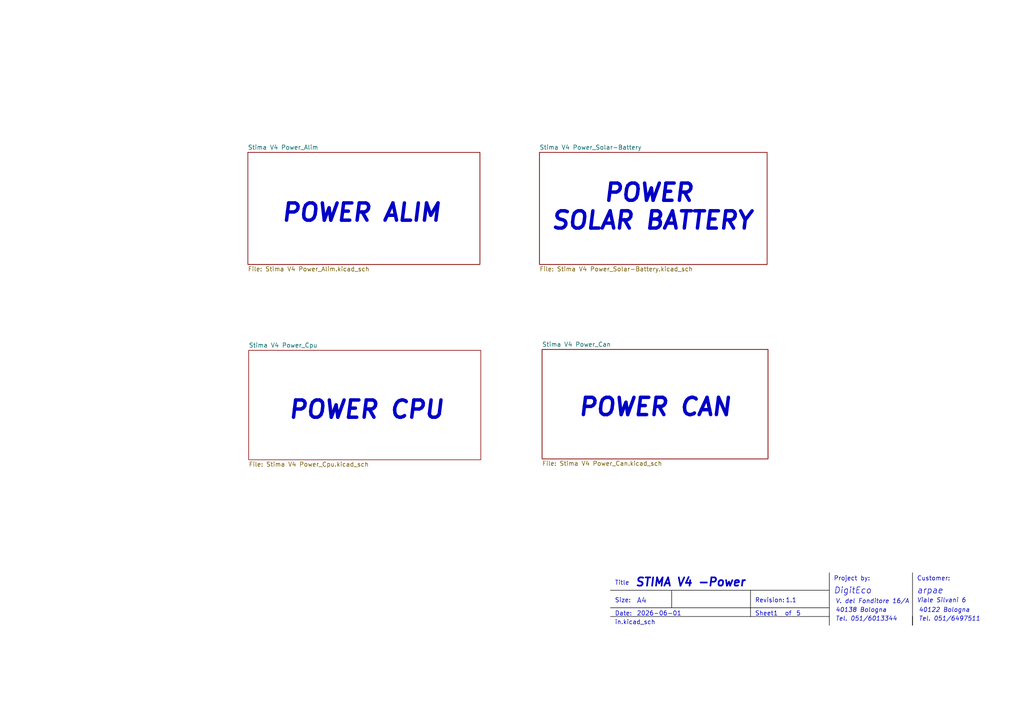
<source format=kicad_sch>
(kicad_sch (version 20230121) (generator eeschema)
  (paper "A4")
  (lib_symbols)
  (polyline (pts (xy 264.668 178.816) (xy 264.668 181.356)) (stroke (width 0) (type solid) (color 0 0 0 1)))
  (polyline (pts (xy 240.538 166.116) (xy 240.538 178.816)) (stroke (width 0) (type solid) (color 0 0 0 1)))
  (polyline (pts (xy 217.678 171.196) (xy 217.678 178.816)) (stroke (width 0) (type solid) (color 0 0 0 1)))
  (polyline (pts (xy 264.668 178.816) (xy 264.668 181.356)) (stroke (width 0) (type solid) (color 0 0 0 1)))
  (polyline (pts (xy 194.818 171.196) (xy 194.818 176.276)) (stroke (width 0) (type solid) (color 0 0 0 1)))
  (polyline (pts (xy 177.038 176.276) (xy 240.538 176.276)) (stroke (width 0) (type solid) (color 0 0 0 1)))
  (polyline (pts (xy 177.038 171.196) (xy 240.538 171.196)) (stroke (width 0) (type solid) (color 0 0 0 1)))
  (polyline (pts (xy 264.668 166.116) (xy 264.668 166.116) (xy 264.668 178.816)) (stroke (width 0) (type solid) (color 0 0 0 1)))
  (polyline (pts (xy 177.038 178.816) (xy 240.538 178.816) (xy 240.538 181.356)) (stroke (width 0) (type solid) (color 0 0 0 1)))
  (text "Tel. 051/6013344" (at 242.316 180.34 0) (effects (font (size 1.27 1.27) italic) (justify left bottom)))
  (text "${#}" (at 224.282 178.816 0) (effects (font (size 1.27 1.27)) (justify left bottom)))
  (text "arpae" (at 265.938 172.466 0) (effects (font (size 1.778 1.778) italic) (justify left bottom)))
  (text "" (at 266.446 177.8 0) (effects (font (size 1.27 1.27) italic) (justify left bottom)))
  (text "POWER ALIM" (at 81.28 64.77 0) (effects (font (size 5 5) (thickness 1) bold italic) (justify left bottom)))
  (text "Revision:" (at 218.948 175.006 0) (effects (font (size 1.27 1.27)) (justify left bottom)))
  (text "40138 Bologna" (at 242.316 177.8 0) (effects (font (size 1.27 1.27) italic) (justify left bottom)))
  (text "${TITLE}" (at 184.15 170.18 0) (effects (font (size 1.905 1.905) bold italic) (justify left bottom)))
  (text "Size:" (at 178.308 175.006 0) (effects (font (size 1.27 1.27)) (justify left bottom)))
  (text "V. del Fonditore 16/A" (at 242.316 175.26 0) (effects (font (size 1.27 1.27) italic) (justify left bottom)))
  (text "${##}" (at 230.886 178.816 0) (effects (font (size 1.27 1.27)) (justify left bottom)))
  (text "Viale Silvani 6" (at 265.938 175.006 0) (effects (font (size 1.27 1.27) italic) (justify left bottom)))
  (text "${CURRENT_DATE}" (at 184.658 178.816 0) (effects (font (size 1.27 1.27)) (justify left bottom)))
  (text "" (at 266.446 180.34 0) (effects (font (size 1.27 1.27) italic) (justify left bottom)))
  (text "Sheet" (at 218.948 178.816 0) (effects (font (size 1.27 1.27)) (justify left bottom)))
  (text "Tel. 051/6497511" (at 266.446 180.34 0) (effects (font (size 1.27 1.27) italic) (justify left bottom)))
  (text "Date:" (at 178.308 178.816 0) (effects (font (size 1.27 1.27)) (justify left bottom)))
  (text "" (at 266.446 175.26 0) (effects (font (size 1.27 1.27) italic) (justify left bottom)))
  (text "    POWER\nSOLAR BATTERY" (at 159.512 67.056 0) (effects (font (size 5 5) (thickness 1) bold italic) (justify left bottom)))
  (text "Customer:" (at 265.938 168.656 0) (effects (font (size 1.27 1.27)) (justify left bottom)))
  (text "" (at 184.658 181.356 0) (effects (font (size 1.27 1.27)) (justify left bottom)))
  (text "40122 Bologna" (at 266.446 177.8 0) (effects (font (size 1.27 1.27) italic) (justify left bottom)))
  (text "Project by:" (at 241.808 168.656 0) (effects (font (size 1.27 1.27)) (justify left bottom)))
  (text "${FILENAME}" (at 178.308 181.356 0) (effects (font (size 1.27 1.27)) (justify left bottom)))
  (text "STIMA V4 -Power" (at 184.15 170.434 0) (effects (font (size 2.4 2.4) (thickness 0.48) bold italic) (justify left bottom)))
  (text "A4" (at 184.658 175.26 0) (effects (font (size 1.524 1.524)) (justify left bottom)))
  (text "" (at 265.938 172.466 0) (effects (font (size 1.778 1.778) italic) (justify left bottom)))
  (text "of" (at 227.584 178.816 0) (effects (font (size 1.27 1.27)) (justify left bottom)))
  (text "DigitEco" (at 241.808 172.466 0) (effects (font (size 1.778 1.778) italic) (justify left bottom)))
  (text "Title" (at 178.308 169.926 0) (effects (font (size 1.27 1.27)) (justify left bottom)))
  (text "1.1" (at 227.838 175.006 0) (effects (font (size 1.27 1.27)) (justify left bottom)))
  (text "POWER CAN" (at 167.386 121.158 0) (effects (font (size 5 5) bold italic) (justify left bottom)))
  (text "POWER CPU" (at 83.312 121.92 0) (effects (font (size 5 5) (thickness 1) bold italic) (justify left bottom)))
  (sheet (at 72.136 101.6) (size 67.31 31.75) (stroke (width 0.1524))
    (property "Sheetname" "Stima V4 Power_Cpu" (at 72.136 100.8884 0) (effects (justify left bottom)))
    (property "Sheetfile" "Stima V4 Power_Cpu.kicad_sch" (at 72.136 133.9346 0) (effects (justify left top)))
  )
  (sheet (at 156.464 44.196) (size 66.04 32.512) (stroke (width 0.1524))
    (property "Sheetname" "Stima V4 Power_Solar-Battery" (at 156.464 43.4844 0) (effects (justify left bottom)))
    (property "Sheetfile" "Stima V4 Power_Solar-Battery.kicad_sch" (at 156.464 77.2926 0) (effects (justify left top)))
  )
  (sheet (at 157.226 101.346) (size 65.532 31.75) (stroke (width 0.1524))
    (property "Sheetname" "Stima V4 Power_Can" (at 157.226 100.6344 0) (effects (justify left bottom)))
    (property "Sheetfile" "Stima V4 Power_Can.kicad_sch" (at 157.226 133.6806 0) (effects (justify left top)))
  )
  (sheet (at 71.882 44.196) (size 67.31 32.512) (stroke (width 0.1524))
    (property "Sheetname" "Stima V4 Power_Alim" (at 71.882 43.4844 0) (effects (justify left bottom)))
    (property "Sheetfile" "Stima V4 Power_Alim.kicad_sch" (at 71.882 77.2926 0) (effects (justify left top)))
  )
)
</source>
